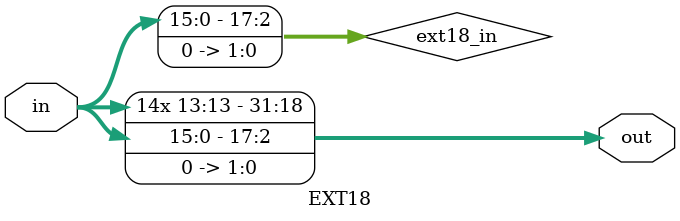
<source format=v>
`timescale 1ns / 1ps


module EXT18(
    input [15:0] in,
    output [31:0] out
    );

wire [17:0] ext18_in = in << 2; 
assign out = {{14{ext18_in[15]}}, ext18_in};

endmodule

</source>
